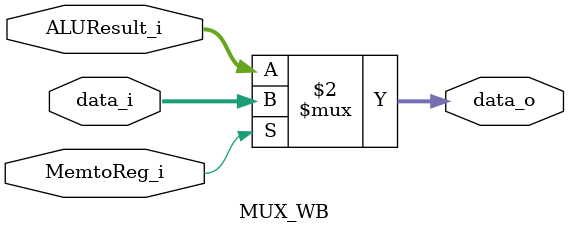
<source format=v>
`timescale 1ns / 1ps


module MUX_WB(
input [31:0]data_i,ALUResult_i,
input MemtoReg_i,
output [31:0] data_o
    );
    assign data_o=(MemtoReg_i==1'b0)? ALUResult_i:data_i;
endmodule

</source>
